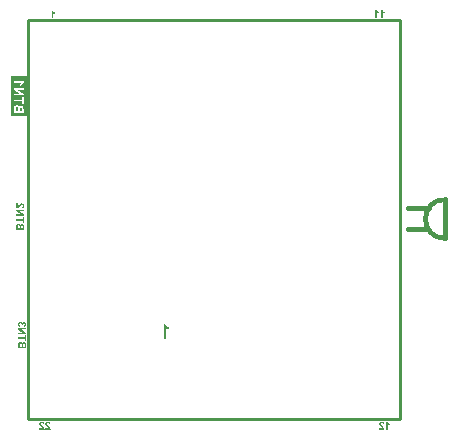
<source format=gbo>
G04*
G04 #@! TF.GenerationSoftware,Altium Limited,Altium Designer,20.1.14 (287)*
G04*
G04 Layer_Color=13813960*
%FSLAX25Y25*%
%MOIN*%
G70*
G04*
G04 #@! TF.SameCoordinates,CE59E18C-A3DC-4852-8C87-7D8AF6908A11*
G04*
G04*
G04 #@! TF.FilePolarity,Positive*
G04*
G01*
G75*
%ADD12C,0.01000*%
%ADD104C,0.01500*%
G36*
X7434Y108400D02*
X2200D01*
Y121792D01*
X7434D01*
Y108400D01*
D02*
G37*
G36*
X53679Y38996D02*
X53757Y38881D01*
X53846Y38772D01*
X53934Y38678D01*
X54012Y38590D01*
X54048Y38559D01*
X54074Y38528D01*
X54100Y38502D01*
X54121Y38486D01*
X54132Y38476D01*
X54137Y38470D01*
X54277Y38351D01*
X54428Y38247D01*
X54574Y38148D01*
X54709Y38065D01*
X54766Y38034D01*
X54823Y38002D01*
X54875Y37971D01*
X54917Y37950D01*
X54953Y37935D01*
X54979Y37919D01*
X54995Y37914D01*
X55000Y37909D01*
Y37342D01*
X54896Y37384D01*
X54787Y37430D01*
X54683Y37482D01*
X54589Y37529D01*
X54506Y37576D01*
X54470Y37592D01*
X54438Y37612D01*
X54412Y37623D01*
X54397Y37633D01*
X54386Y37644D01*
X54381D01*
X54256Y37722D01*
X54147Y37794D01*
X54048Y37862D01*
X53970Y37924D01*
X53903Y37976D01*
X53856Y38013D01*
X53830Y38039D01*
X53820Y38049D01*
Y34300D01*
X53232D01*
Y39115D01*
X53612D01*
X53679Y38996D01*
D02*
G37*
G36*
X14558Y6562D02*
X14619Y6557D01*
X14677Y6548D01*
X14730Y6537D01*
X14782Y6523D01*
X14829Y6510D01*
X14871Y6493D01*
X14912Y6476D01*
X14949Y6460D01*
X14979Y6443D01*
X15007Y6429D01*
X15029Y6415D01*
X15045Y6404D01*
X15059Y6396D01*
X15068Y6391D01*
X15070Y6388D01*
X15112Y6352D01*
X15148Y6313D01*
X15181Y6269D01*
X15209Y6222D01*
X15234Y6174D01*
X15256Y6125D01*
X15275Y6078D01*
X15292Y6030D01*
X15306Y5986D01*
X15317Y5945D01*
X15325Y5906D01*
X15331Y5872D01*
X15336Y5845D01*
X15339Y5823D01*
X15342Y5812D01*
Y5806D01*
X14854Y5759D01*
X14852Y5798D01*
X14846Y5834D01*
X14832Y5897D01*
X14816Y5950D01*
X14799Y5992D01*
X14780Y6025D01*
X14766Y6047D01*
X14755Y6058D01*
X14752Y6064D01*
X14716Y6094D01*
X14674Y6119D01*
X14633Y6136D01*
X14594Y6147D01*
X14558Y6152D01*
X14530Y6158D01*
X14505D01*
X14450Y6155D01*
X14403Y6144D01*
X14361Y6130D01*
X14325Y6114D01*
X14298Y6097D01*
X14278Y6083D01*
X14264Y6072D01*
X14262Y6069D01*
X14231Y6033D01*
X14209Y5992D01*
X14195Y5950D01*
X14184Y5911D01*
X14178Y5872D01*
X14173Y5845D01*
Y5834D01*
Y5825D01*
Y5820D01*
Y5817D01*
X14178Y5762D01*
X14189Y5706D01*
X14206Y5657D01*
X14223Y5612D01*
X14242Y5573D01*
X14259Y5543D01*
X14267Y5532D01*
X14270Y5523D01*
X14275Y5521D01*
Y5518D01*
X14292Y5496D01*
X14314Y5468D01*
X14342Y5438D01*
X14370Y5407D01*
X14436Y5338D01*
X14508Y5269D01*
X14541Y5235D01*
X14574Y5202D01*
X14602Y5175D01*
X14630Y5150D01*
X14652Y5130D01*
X14669Y5113D01*
X14680Y5102D01*
X14683Y5100D01*
X14757Y5030D01*
X14824Y4964D01*
X14887Y4900D01*
X14943Y4842D01*
X14993Y4789D01*
X15037Y4737D01*
X15079Y4693D01*
X15112Y4651D01*
X15142Y4612D01*
X15167Y4582D01*
X15190Y4551D01*
X15206Y4529D01*
X15217Y4512D01*
X15228Y4499D01*
X15231Y4490D01*
X15234Y4487D01*
X15281Y4402D01*
X15317Y4316D01*
X15347Y4233D01*
X15370Y4158D01*
X15378Y4125D01*
X15383Y4094D01*
X15389Y4067D01*
X15394Y4044D01*
X15397Y4025D01*
Y4011D01*
X15400Y4003D01*
Y4000D01*
X13683D01*
Y4454D01*
X14658D01*
X14624Y4501D01*
X14608Y4524D01*
X14594Y4546D01*
X14580Y4562D01*
X14569Y4576D01*
X14561Y4584D01*
X14558Y4587D01*
X14544Y4601D01*
X14527Y4620D01*
X14508Y4640D01*
X14486Y4662D01*
X14439Y4709D01*
X14389Y4756D01*
X14342Y4800D01*
X14320Y4820D01*
X14300Y4837D01*
X14287Y4850D01*
X14275Y4862D01*
X14267Y4867D01*
X14264Y4870D01*
X14223Y4909D01*
X14184Y4945D01*
X14148Y4981D01*
X14115Y5011D01*
X14087Y5042D01*
X14059Y5066D01*
X14037Y5091D01*
X14015Y5113D01*
X13984Y5150D01*
X13960Y5175D01*
X13949Y5191D01*
X13943Y5197D01*
X13896Y5260D01*
X13854Y5321D01*
X13821Y5377D01*
X13793Y5424D01*
X13774Y5465D01*
X13766Y5482D01*
X13757Y5496D01*
X13752Y5507D01*
X13749Y5518D01*
X13746Y5521D01*
Y5523D01*
X13724Y5582D01*
X13710Y5640D01*
X13699Y5695D01*
X13691Y5748D01*
X13685Y5789D01*
Y5809D01*
X13683Y5823D01*
Y5836D01*
Y5845D01*
Y5850D01*
Y5853D01*
X13685Y5909D01*
X13691Y5961D01*
X13702Y6011D01*
X13716Y6061D01*
X13733Y6105D01*
X13752Y6147D01*
X13771Y6185D01*
X13791Y6219D01*
X13813Y6252D01*
X13832Y6280D01*
X13852Y6305D01*
X13868Y6324D01*
X13882Y6338D01*
X13893Y6352D01*
X13899Y6357D01*
X13901Y6360D01*
X13943Y6396D01*
X13990Y6426D01*
X14037Y6454D01*
X14084Y6479D01*
X14134Y6498D01*
X14184Y6515D01*
X14231Y6529D01*
X14278Y6540D01*
X14322Y6548D01*
X14364Y6554D01*
X14400Y6560D01*
X14431Y6562D01*
X14458Y6565D01*
X14494D01*
X14558Y6562D01*
D02*
G37*
G36*
X12572D02*
X12633Y6557D01*
X12691Y6548D01*
X12744Y6537D01*
X12796Y6523D01*
X12843Y6510D01*
X12885Y6493D01*
X12926Y6476D01*
X12962Y6460D01*
X12993Y6443D01*
X13021Y6429D01*
X13043Y6415D01*
X13059Y6404D01*
X13073Y6396D01*
X13081Y6391D01*
X13084Y6388D01*
X13126Y6352D01*
X13162Y6313D01*
X13195Y6269D01*
X13223Y6222D01*
X13248Y6174D01*
X13270Y6125D01*
X13289Y6078D01*
X13306Y6030D01*
X13320Y5986D01*
X13331Y5945D01*
X13339Y5906D01*
X13345Y5872D01*
X13350Y5845D01*
X13353Y5823D01*
X13356Y5812D01*
Y5806D01*
X12868Y5759D01*
X12866Y5798D01*
X12860Y5834D01*
X12846Y5897D01*
X12829Y5950D01*
X12813Y5992D01*
X12793Y6025D01*
X12780Y6047D01*
X12768Y6058D01*
X12766Y6064D01*
X12730Y6094D01*
X12688Y6119D01*
X12647Y6136D01*
X12608Y6147D01*
X12572Y6152D01*
X12544Y6158D01*
X12519D01*
X12464Y6155D01*
X12417Y6144D01*
X12375Y6130D01*
X12339Y6114D01*
X12312Y6097D01*
X12292Y6083D01*
X12278Y6072D01*
X12275Y6069D01*
X12245Y6033D01*
X12223Y5992D01*
X12209Y5950D01*
X12198Y5911D01*
X12192Y5872D01*
X12187Y5845D01*
Y5834D01*
Y5825D01*
Y5820D01*
Y5817D01*
X12192Y5762D01*
X12203Y5706D01*
X12220Y5657D01*
X12237Y5612D01*
X12256Y5573D01*
X12273Y5543D01*
X12281Y5532D01*
X12284Y5523D01*
X12289Y5521D01*
Y5518D01*
X12306Y5496D01*
X12328Y5468D01*
X12356Y5438D01*
X12383Y5407D01*
X12450Y5338D01*
X12522Y5269D01*
X12555Y5235D01*
X12588Y5202D01*
X12616Y5175D01*
X12644Y5150D01*
X12666Y5130D01*
X12683Y5113D01*
X12694Y5102D01*
X12697Y5100D01*
X12771Y5030D01*
X12838Y4964D01*
X12901Y4900D01*
X12957Y4842D01*
X13007Y4789D01*
X13051Y4737D01*
X13093Y4693D01*
X13126Y4651D01*
X13156Y4612D01*
X13181Y4582D01*
X13203Y4551D01*
X13220Y4529D01*
X13231Y4512D01*
X13242Y4499D01*
X13245Y4490D01*
X13248Y4487D01*
X13295Y4402D01*
X13331Y4316D01*
X13361Y4233D01*
X13383Y4158D01*
X13392Y4125D01*
X13397Y4094D01*
X13403Y4067D01*
X13408Y4044D01*
X13411Y4025D01*
Y4011D01*
X13414Y4003D01*
Y4000D01*
X11697D01*
Y4454D01*
X12672D01*
X12638Y4501D01*
X12622Y4524D01*
X12608Y4546D01*
X12594Y4562D01*
X12583Y4576D01*
X12575Y4584D01*
X12572Y4587D01*
X12558Y4601D01*
X12541Y4620D01*
X12522Y4640D01*
X12500Y4662D01*
X12453Y4709D01*
X12403Y4756D01*
X12356Y4800D01*
X12334Y4820D01*
X12314Y4837D01*
X12300Y4850D01*
X12289Y4862D01*
X12281Y4867D01*
X12278Y4870D01*
X12237Y4909D01*
X12198Y4945D01*
X12162Y4981D01*
X12129Y5011D01*
X12101Y5042D01*
X12073Y5066D01*
X12051Y5091D01*
X12029Y5113D01*
X11998Y5150D01*
X11974Y5175D01*
X11962Y5191D01*
X11957Y5197D01*
X11910Y5260D01*
X11868Y5321D01*
X11835Y5377D01*
X11807Y5424D01*
X11788Y5465D01*
X11780Y5482D01*
X11771Y5496D01*
X11766Y5507D01*
X11763Y5518D01*
X11760Y5521D01*
Y5523D01*
X11738Y5582D01*
X11724Y5640D01*
X11713Y5695D01*
X11705Y5748D01*
X11699Y5789D01*
Y5809D01*
X11697Y5823D01*
Y5836D01*
Y5845D01*
Y5850D01*
Y5853D01*
X11699Y5909D01*
X11705Y5961D01*
X11716Y6011D01*
X11730Y6061D01*
X11746Y6105D01*
X11766Y6147D01*
X11785Y6185D01*
X11805Y6219D01*
X11827Y6252D01*
X11846Y6280D01*
X11866Y6305D01*
X11882Y6324D01*
X11896Y6338D01*
X11907Y6352D01*
X11913Y6357D01*
X11915Y6360D01*
X11957Y6396D01*
X12004Y6426D01*
X12051Y6454D01*
X12098Y6479D01*
X12148Y6498D01*
X12198Y6515D01*
X12245Y6529D01*
X12292Y6540D01*
X12336Y6548D01*
X12378Y6554D01*
X12414Y6560D01*
X12444Y6562D01*
X12472Y6565D01*
X12508D01*
X12572Y6562D01*
D02*
G37*
G36*
X125866D02*
X125927Y6557D01*
X125985Y6548D01*
X126038Y6537D01*
X126090Y6523D01*
X126137Y6510D01*
X126179Y6493D01*
X126220Y6476D01*
X126256Y6460D01*
X126287Y6443D01*
X126314Y6429D01*
X126337Y6415D01*
X126353Y6404D01*
X126367Y6396D01*
X126375Y6391D01*
X126378Y6388D01*
X126420Y6352D01*
X126456Y6313D01*
X126489Y6269D01*
X126517Y6222D01*
X126542Y6174D01*
X126564Y6125D01*
X126583Y6078D01*
X126600Y6030D01*
X126614Y5986D01*
X126625Y5945D01*
X126633Y5906D01*
X126639Y5872D01*
X126644Y5845D01*
X126647Y5823D01*
X126650Y5812D01*
Y5806D01*
X126162Y5759D01*
X126159Y5798D01*
X126154Y5834D01*
X126140Y5897D01*
X126123Y5950D01*
X126107Y5992D01*
X126087Y6025D01*
X126074Y6047D01*
X126062Y6058D01*
X126060Y6064D01*
X126024Y6094D01*
X125982Y6119D01*
X125941Y6136D01*
X125902Y6147D01*
X125866Y6152D01*
X125838Y6158D01*
X125813D01*
X125758Y6155D01*
X125711Y6144D01*
X125669Y6130D01*
X125633Y6114D01*
X125605Y6097D01*
X125586Y6083D01*
X125572Y6072D01*
X125569Y6069D01*
X125539Y6033D01*
X125517Y5992D01*
X125503Y5950D01*
X125492Y5911D01*
X125486Y5872D01*
X125481Y5845D01*
Y5834D01*
Y5825D01*
Y5820D01*
Y5817D01*
X125486Y5762D01*
X125497Y5706D01*
X125514Y5657D01*
X125531Y5612D01*
X125550Y5573D01*
X125567Y5543D01*
X125575Y5532D01*
X125578Y5523D01*
X125583Y5521D01*
Y5518D01*
X125600Y5496D01*
X125622Y5468D01*
X125650Y5438D01*
X125677Y5407D01*
X125744Y5338D01*
X125816Y5269D01*
X125849Y5235D01*
X125882Y5202D01*
X125910Y5175D01*
X125938Y5150D01*
X125960Y5130D01*
X125977Y5113D01*
X125988Y5102D01*
X125990Y5100D01*
X126065Y5030D01*
X126132Y4964D01*
X126195Y4900D01*
X126251Y4842D01*
X126301Y4789D01*
X126345Y4737D01*
X126386Y4693D01*
X126420Y4651D01*
X126450Y4612D01*
X126475Y4582D01*
X126497Y4551D01*
X126514Y4529D01*
X126525Y4512D01*
X126536Y4499D01*
X126539Y4490D01*
X126542Y4487D01*
X126589Y4402D01*
X126625Y4316D01*
X126655Y4233D01*
X126677Y4158D01*
X126686Y4125D01*
X126691Y4094D01*
X126697Y4067D01*
X126702Y4044D01*
X126705Y4025D01*
Y4011D01*
X126708Y4003D01*
Y4000D01*
X124990D01*
Y4454D01*
X125965D01*
X125932Y4501D01*
X125916Y4524D01*
X125902Y4546D01*
X125888Y4562D01*
X125877Y4576D01*
X125868Y4584D01*
X125866Y4587D01*
X125852Y4601D01*
X125835Y4620D01*
X125816Y4640D01*
X125794Y4662D01*
X125747Y4709D01*
X125697Y4756D01*
X125650Y4800D01*
X125628Y4820D01*
X125608Y4837D01*
X125594Y4850D01*
X125583Y4862D01*
X125575Y4867D01*
X125572Y4870D01*
X125531Y4909D01*
X125492Y4945D01*
X125456Y4981D01*
X125423Y5011D01*
X125395Y5042D01*
X125367Y5066D01*
X125345Y5091D01*
X125323Y5113D01*
X125292Y5150D01*
X125267Y5175D01*
X125256Y5191D01*
X125251Y5197D01*
X125204Y5260D01*
X125162Y5321D01*
X125129Y5377D01*
X125101Y5424D01*
X125082Y5465D01*
X125074Y5482D01*
X125065Y5496D01*
X125060Y5507D01*
X125057Y5518D01*
X125054Y5521D01*
Y5523D01*
X125032Y5582D01*
X125018Y5640D01*
X125007Y5695D01*
X124999Y5748D01*
X124993Y5789D01*
Y5809D01*
X124990Y5823D01*
Y5836D01*
Y5845D01*
Y5850D01*
Y5853D01*
X124993Y5909D01*
X124999Y5961D01*
X125010Y6011D01*
X125024Y6061D01*
X125040Y6105D01*
X125060Y6147D01*
X125079Y6185D01*
X125098Y6219D01*
X125121Y6252D01*
X125140Y6280D01*
X125159Y6305D01*
X125176Y6324D01*
X125190Y6338D01*
X125201Y6352D01*
X125206Y6357D01*
X125209Y6360D01*
X125251Y6396D01*
X125298Y6426D01*
X125345Y6454D01*
X125392Y6479D01*
X125442Y6498D01*
X125492Y6515D01*
X125539Y6529D01*
X125586Y6540D01*
X125630Y6548D01*
X125672Y6554D01*
X125708Y6560D01*
X125738Y6562D01*
X125766Y6565D01*
X125802D01*
X125866Y6562D01*
D02*
G37*
G36*
X127794Y6521D02*
X127813Y6479D01*
X127860Y6402D01*
X127910Y6332D01*
X127963Y6271D01*
X127988Y6244D01*
X128010Y6222D01*
X128029Y6199D01*
X128049Y6183D01*
X128062Y6169D01*
X128073Y6161D01*
X128082Y6155D01*
X128085Y6152D01*
X128168Y6091D01*
X128245Y6041D01*
X128314Y6000D01*
X128375Y5970D01*
X128403Y5956D01*
X128428Y5945D01*
X128447Y5936D01*
X128467Y5928D01*
X128481Y5922D01*
X128492Y5920D01*
X128497Y5917D01*
X128500D01*
Y5471D01*
X128434Y5496D01*
X128370Y5521D01*
X128306Y5548D01*
X128248Y5579D01*
X128192Y5609D01*
X128140Y5640D01*
X128093Y5670D01*
X128049Y5701D01*
X128007Y5728D01*
X127974Y5756D01*
X127940Y5781D01*
X127916Y5801D01*
X127896Y5817D01*
X127880Y5831D01*
X127871Y5839D01*
X127868Y5842D01*
Y4000D01*
X127378D01*
Y6565D01*
X127777D01*
X127794Y6521D01*
D02*
G37*
G36*
X126094Y143721D02*
X126113Y143679D01*
X126160Y143602D01*
X126210Y143532D01*
X126263Y143471D01*
X126288Y143444D01*
X126310Y143421D01*
X126329Y143399D01*
X126348Y143383D01*
X126362Y143369D01*
X126373Y143361D01*
X126382Y143355D01*
X126384Y143352D01*
X126468Y143291D01*
X126545Y143242D01*
X126614Y143200D01*
X126675Y143169D01*
X126703Y143156D01*
X126728Y143145D01*
X126747Y143136D01*
X126767Y143128D01*
X126781Y143122D01*
X126792Y143120D01*
X126797Y143117D01*
X126800D01*
Y142671D01*
X126734Y142696D01*
X126670Y142721D01*
X126606Y142748D01*
X126548Y142779D01*
X126493Y142809D01*
X126440Y142840D01*
X126393Y142870D01*
X126348Y142901D01*
X126307Y142929D01*
X126274Y142956D01*
X126241Y142981D01*
X126216Y143000D01*
X126196Y143017D01*
X126180Y143031D01*
X126171Y143039D01*
X126168Y143042D01*
Y141200D01*
X125678D01*
Y143765D01*
X126077D01*
X126094Y143721D01*
D02*
G37*
G36*
X124108D02*
X124127Y143679D01*
X124174Y143602D01*
X124224Y143532D01*
X124276Y143471D01*
X124302Y143444D01*
X124324Y143421D01*
X124343Y143399D01*
X124362Y143383D01*
X124376Y143369D01*
X124387Y143361D01*
X124396Y143355D01*
X124398Y143352D01*
X124481Y143291D01*
X124559Y143242D01*
X124628Y143200D01*
X124689Y143169D01*
X124717Y143156D01*
X124742Y143145D01*
X124761Y143136D01*
X124781Y143128D01*
X124794Y143122D01*
X124806Y143120D01*
X124811Y143117D01*
X124814D01*
Y142671D01*
X124747Y142696D01*
X124684Y142721D01*
X124620Y142748D01*
X124562Y142779D01*
X124506Y142809D01*
X124454Y142840D01*
X124407Y142870D01*
X124362Y142901D01*
X124321Y142929D01*
X124288Y142956D01*
X124254Y142981D01*
X124229Y143000D01*
X124210Y143017D01*
X124193Y143031D01*
X124185Y143039D01*
X124182Y143042D01*
Y141200D01*
X123692D01*
Y143765D01*
X124091D01*
X124108Y143721D01*
D02*
G37*
G36*
X16194Y143621D02*
X16213Y143579D01*
X16260Y143502D01*
X16310Y143432D01*
X16363Y143371D01*
X16387Y143344D01*
X16410Y143322D01*
X16429Y143299D01*
X16448Y143283D01*
X16462Y143269D01*
X16473Y143261D01*
X16482Y143255D01*
X16485Y143252D01*
X16568Y143191D01*
X16645Y143141D01*
X16714Y143100D01*
X16775Y143070D01*
X16803Y143056D01*
X16828Y143044D01*
X16847Y143036D01*
X16867Y143028D01*
X16881Y143022D01*
X16892Y143020D01*
X16897Y143017D01*
X16900D01*
Y142571D01*
X16834Y142596D01*
X16770Y142621D01*
X16706Y142648D01*
X16648Y142679D01*
X16592Y142709D01*
X16540Y142740D01*
X16493Y142770D01*
X16448Y142801D01*
X16407Y142829D01*
X16374Y142856D01*
X16341Y142881D01*
X16316Y142901D01*
X16296Y142917D01*
X16280Y142931D01*
X16271Y142939D01*
X16268Y142942D01*
Y141100D01*
X15778D01*
Y143665D01*
X16177D01*
X16194Y143621D01*
D02*
G37*
G36*
X5446Y39939D02*
X5487Y39937D01*
X5565Y39923D01*
X5631Y39901D01*
X5690Y39876D01*
X5714Y39865D01*
X5737Y39851D01*
X5756Y39840D01*
X5773Y39831D01*
X5784Y39820D01*
X5792Y39815D01*
X5798Y39812D01*
X5800Y39809D01*
X5831Y39784D01*
X5859Y39757D01*
X5903Y39701D01*
X5942Y39643D01*
X5969Y39585D01*
X5989Y39538D01*
X5997Y39516D01*
X6003Y39496D01*
X6008Y39482D01*
X6011Y39471D01*
X6014Y39463D01*
Y39460D01*
X6053Y39524D01*
X6094Y39582D01*
X6138Y39632D01*
X6183Y39674D01*
X6227Y39709D01*
X6271Y39740D01*
X6316Y39762D01*
X6357Y39781D01*
X6396Y39798D01*
X6435Y39809D01*
X6468Y39818D01*
X6496Y39823D01*
X6518Y39826D01*
X6537Y39829D01*
X6548D01*
X6551D01*
X6595Y39826D01*
X6637Y39820D01*
X6679Y39812D01*
X6717Y39801D01*
X6789Y39770D01*
X6850Y39737D01*
X6878Y39721D01*
X6903Y39704D01*
X6925Y39687D01*
X6942Y39674D01*
X6955Y39662D01*
X6967Y39654D01*
X6972Y39649D01*
X6975Y39646D01*
X7016Y39604D01*
X7052Y39560D01*
X7083Y39513D01*
X7111Y39463D01*
X7133Y39416D01*
X7152Y39369D01*
X7166Y39322D01*
X7180Y39275D01*
X7188Y39233D01*
X7197Y39194D01*
X7199Y39158D01*
X7205Y39128D01*
Y39103D01*
X7208Y39083D01*
Y39067D01*
X7205Y38989D01*
X7197Y38917D01*
X7183Y38851D01*
X7169Y38795D01*
X7160Y38770D01*
X7152Y38748D01*
X7147Y38729D01*
X7141Y38712D01*
X7136Y38699D01*
X7130Y38690D01*
X7127Y38685D01*
Y38682D01*
X7094Y38621D01*
X7058Y38568D01*
X7022Y38524D01*
X6986Y38488D01*
X6955Y38458D01*
X6928Y38435D01*
X6911Y38424D01*
X6908Y38419D01*
X6906D01*
X6850Y38385D01*
X6789Y38358D01*
X6728Y38333D01*
X6667Y38313D01*
X6615Y38297D01*
X6593Y38291D01*
X6573Y38286D01*
X6557Y38283D01*
X6545Y38280D01*
X6537Y38277D01*
X6534D01*
X6460Y38729D01*
X6518Y38740D01*
X6570Y38754D01*
X6612Y38770D01*
X6648Y38790D01*
X6676Y38809D01*
X6695Y38823D01*
X6709Y38834D01*
X6712Y38837D01*
X6742Y38873D01*
X6764Y38909D01*
X6778Y38945D01*
X6789Y38978D01*
X6795Y39009D01*
X6800Y39031D01*
Y39053D01*
X6798Y39100D01*
X6789Y39142D01*
X6775Y39175D01*
X6762Y39205D01*
X6748Y39230D01*
X6734Y39247D01*
X6726Y39258D01*
X6723Y39261D01*
X6692Y39286D01*
X6659Y39305D01*
X6623Y39319D01*
X6593Y39330D01*
X6562Y39336D01*
X6540Y39338D01*
X6523D01*
X6521D01*
X6518D01*
X6462Y39333D01*
X6415Y39322D01*
X6374Y39305D01*
X6338Y39286D01*
X6310Y39263D01*
X6291Y39247D01*
X6280Y39236D01*
X6274Y39230D01*
X6246Y39186D01*
X6224Y39139D01*
X6208Y39089D01*
X6199Y39039D01*
X6194Y38995D01*
Y38976D01*
X6191Y38959D01*
Y38926D01*
X5792Y38873D01*
X5806Y38920D01*
X5814Y38964D01*
X5822Y39000D01*
X5825Y39034D01*
X5828Y39061D01*
X5831Y39081D01*
Y39097D01*
X5825Y39150D01*
X5814Y39197D01*
X5795Y39239D01*
X5776Y39275D01*
X5756Y39302D01*
X5737Y39325D01*
X5726Y39336D01*
X5720Y39341D01*
X5676Y39374D01*
X5629Y39399D01*
X5579Y39416D01*
X5532Y39430D01*
X5490Y39435D01*
X5474Y39438D01*
X5457D01*
X5443Y39441D01*
X5435D01*
X5429D01*
X5426D01*
X5357Y39435D01*
X5296Y39424D01*
X5244Y39408D01*
X5199Y39388D01*
X5163Y39369D01*
X5138Y39352D01*
X5122Y39341D01*
X5116Y39336D01*
X5077Y39294D01*
X5050Y39250D01*
X5030Y39208D01*
X5017Y39167D01*
X5008Y39131D01*
X5005Y39103D01*
X5003Y39092D01*
Y39078D01*
X5005Y39028D01*
X5017Y38981D01*
X5033Y38939D01*
X5050Y38903D01*
X5066Y38876D01*
X5083Y38854D01*
X5094Y38842D01*
X5097Y38837D01*
X5136Y38804D01*
X5183Y38776D01*
X5227Y38754D01*
X5274Y38740D01*
X5313Y38726D01*
X5346Y38721D01*
X5360Y38718D01*
X5368Y38715D01*
X5374D01*
X5377D01*
X5318Y38241D01*
X5260Y38250D01*
X5202Y38264D01*
X5149Y38280D01*
X5100Y38297D01*
X5052Y38319D01*
X5011Y38341D01*
X4972Y38363D01*
X4936Y38385D01*
X4903Y38410D01*
X4875Y38430D01*
X4850Y38452D01*
X4831Y38469D01*
X4814Y38482D01*
X4803Y38493D01*
X4798Y38502D01*
X4795Y38505D01*
X4759Y38549D01*
X4728Y38596D01*
X4704Y38643D01*
X4679Y38693D01*
X4659Y38740D01*
X4645Y38787D01*
X4631Y38834D01*
X4620Y38879D01*
X4612Y38920D01*
X4606Y38959D01*
X4601Y38995D01*
X4598Y39023D01*
Y39048D01*
X4595Y39064D01*
Y39081D01*
X4598Y39147D01*
X4606Y39214D01*
X4618Y39275D01*
X4631Y39333D01*
X4651Y39385D01*
X4670Y39438D01*
X4692Y39485D01*
X4715Y39527D01*
X4734Y39566D01*
X4756Y39599D01*
X4775Y39626D01*
X4795Y39651D01*
X4809Y39671D01*
X4820Y39685D01*
X4828Y39693D01*
X4831Y39696D01*
X4878Y39740D01*
X4925Y39776D01*
X4972Y39809D01*
X5022Y39837D01*
X5069Y39862D01*
X5116Y39881D01*
X5163Y39898D01*
X5208Y39912D01*
X5249Y39923D01*
X5285Y39928D01*
X5318Y39934D01*
X5349Y39939D01*
X5371D01*
X5390Y39942D01*
X5401D01*
X5404D01*
X5446Y39939D01*
D02*
G37*
G36*
X7199Y37347D02*
X5482D01*
X7199Y36294D01*
Y35796D01*
X4642D01*
Y36272D01*
X6321D01*
X4642Y37308D01*
Y37823D01*
X7199D01*
Y37347D01*
D02*
G37*
G36*
Y33430D02*
X6767D01*
Y34189D01*
X4642D01*
Y34704D01*
X6767D01*
Y35458D01*
X7199D01*
Y33430D01*
D02*
G37*
G36*
X5462Y33167D02*
X5537Y33153D01*
X5601Y33131D01*
X5659Y33109D01*
X5681Y33097D01*
X5703Y33086D01*
X5723Y33075D01*
X5740Y33064D01*
X5751Y33056D01*
X5759Y33050D01*
X5764Y33048D01*
X5767Y33045D01*
X5825Y32995D01*
X5872Y32937D01*
X5914Y32876D01*
X5944Y32820D01*
X5969Y32768D01*
X5978Y32746D01*
X5986Y32726D01*
X5991Y32710D01*
X5997Y32699D01*
X6000Y32690D01*
Y32688D01*
X6030Y32746D01*
X6066Y32798D01*
X6105Y32843D01*
X6141Y32882D01*
X6174Y32912D01*
X6199Y32934D01*
X6210Y32940D01*
X6219Y32945D01*
X6221Y32951D01*
X6224D01*
X6282Y32984D01*
X6338Y33006D01*
X6393Y33023D01*
X6446Y33037D01*
X6490Y33042D01*
X6507Y33045D01*
X6523D01*
X6537Y33048D01*
X6545D01*
X6551D01*
X6554D01*
X6615Y33045D01*
X6670Y33037D01*
X6723Y33023D01*
X6767Y33009D01*
X6803Y32992D01*
X6831Y32981D01*
X6839Y32976D01*
X6848Y32970D01*
X6850Y32967D01*
X6853D01*
X6900Y32937D01*
X6942Y32904D01*
X6978Y32870D01*
X7011Y32840D01*
X7033Y32812D01*
X7052Y32790D01*
X7063Y32776D01*
X7066Y32773D01*
Y32771D01*
X7094Y32726D01*
X7116Y32679D01*
X7136Y32635D01*
X7149Y32593D01*
X7160Y32557D01*
X7166Y32530D01*
X7169Y32519D01*
X7171Y32510D01*
Y32505D01*
X7177Y32474D01*
X7180Y32444D01*
X7188Y32372D01*
X7194Y32297D01*
X7197Y32222D01*
Y32189D01*
X7199Y32156D01*
Y31031D01*
X4642D01*
Y31989D01*
X4645Y32070D01*
Y32206D01*
X4648Y32264D01*
Y32314D01*
X4651Y32358D01*
Y32397D01*
X4654Y32427D01*
Y32455D01*
X4656Y32477D01*
Y32494D01*
X4659Y32508D01*
Y32521D01*
X4670Y32596D01*
X4687Y32663D01*
X4706Y32724D01*
X4728Y32773D01*
X4748Y32812D01*
X4756Y32829D01*
X4762Y32843D01*
X4770Y32854D01*
X4775Y32862D01*
X4778Y32865D01*
Y32868D01*
X4817Y32917D01*
X4861Y32962D01*
X4906Y33001D01*
X4947Y33031D01*
X4983Y33056D01*
X5014Y33075D01*
X5025Y33081D01*
X5033Y33086D01*
X5039Y33089D01*
X5041D01*
X5105Y33117D01*
X5166Y33136D01*
X5221Y33153D01*
X5274Y33161D01*
X5318Y33167D01*
X5338Y33169D01*
X5352Y33172D01*
X5365D01*
X5374D01*
X5379D01*
X5382D01*
X5424D01*
X5462Y33167D01*
D02*
G37*
G36*
X5909Y79381D02*
X5961Y79375D01*
X6011Y79364D01*
X6061Y79350D01*
X6105Y79334D01*
X6147Y79314D01*
X6185Y79295D01*
X6219Y79275D01*
X6252Y79253D01*
X6280Y79234D01*
X6305Y79214D01*
X6324Y79198D01*
X6338Y79184D01*
X6352Y79173D01*
X6357Y79167D01*
X6360Y79165D01*
X6396Y79123D01*
X6426Y79076D01*
X6454Y79029D01*
X6479Y78982D01*
X6498Y78932D01*
X6515Y78882D01*
X6529Y78835D01*
X6540Y78788D01*
X6548Y78743D01*
X6554Y78702D01*
X6560Y78666D01*
X6562Y78636D01*
X6565Y78608D01*
Y78572D01*
X6562Y78508D01*
X6557Y78447D01*
X6548Y78389D01*
X6537Y78336D01*
X6523Y78284D01*
X6510Y78237D01*
X6493Y78195D01*
X6476Y78154D01*
X6460Y78118D01*
X6443Y78087D01*
X6429Y78059D01*
X6415Y78037D01*
X6404Y78021D01*
X6396Y78007D01*
X6391Y77998D01*
X6388Y77996D01*
X6352Y77954D01*
X6313Y77918D01*
X6269Y77885D01*
X6222Y77857D01*
X6174Y77832D01*
X6125Y77810D01*
X6078Y77791D01*
X6030Y77774D01*
X5986Y77760D01*
X5945Y77749D01*
X5906Y77741D01*
X5872Y77735D01*
X5845Y77730D01*
X5823Y77727D01*
X5812Y77724D01*
X5806D01*
X5759Y78212D01*
X5798Y78214D01*
X5834Y78220D01*
X5897Y78234D01*
X5950Y78250D01*
X5992Y78267D01*
X6025Y78286D01*
X6047Y78300D01*
X6058Y78311D01*
X6064Y78314D01*
X6094Y78350D01*
X6119Y78392D01*
X6136Y78433D01*
X6147Y78472D01*
X6152Y78508D01*
X6158Y78536D01*
Y78561D01*
X6155Y78616D01*
X6144Y78663D01*
X6130Y78705D01*
X6114Y78741D01*
X6097Y78768D01*
X6083Y78788D01*
X6072Y78802D01*
X6069Y78804D01*
X6033Y78835D01*
X5992Y78857D01*
X5950Y78871D01*
X5911Y78882D01*
X5872Y78888D01*
X5845Y78893D01*
X5834D01*
X5825D01*
X5820D01*
X5817D01*
X5762Y78888D01*
X5706Y78877D01*
X5657Y78860D01*
X5612Y78843D01*
X5573Y78824D01*
X5543Y78807D01*
X5532Y78799D01*
X5523Y78796D01*
X5521Y78791D01*
X5518D01*
X5496Y78774D01*
X5468Y78752D01*
X5438Y78724D01*
X5407Y78696D01*
X5338Y78630D01*
X5269Y78558D01*
X5235Y78525D01*
X5202Y78491D01*
X5175Y78464D01*
X5150Y78436D01*
X5130Y78414D01*
X5113Y78397D01*
X5102Y78386D01*
X5100Y78383D01*
X5030Y78309D01*
X4964Y78242D01*
X4900Y78178D01*
X4842Y78123D01*
X4789Y78073D01*
X4737Y78029D01*
X4693Y77987D01*
X4651Y77954D01*
X4612Y77924D01*
X4582Y77899D01*
X4551Y77877D01*
X4529Y77860D01*
X4512Y77849D01*
X4499Y77838D01*
X4490Y77835D01*
X4487Y77832D01*
X4402Y77785D01*
X4316Y77749D01*
X4233Y77719D01*
X4158Y77697D01*
X4125Y77688D01*
X4094Y77683D01*
X4067Y77677D01*
X4044Y77671D01*
X4025Y77669D01*
X4011D01*
X4003Y77666D01*
X4000D01*
Y79383D01*
X4454D01*
Y78408D01*
X4501Y78442D01*
X4524Y78458D01*
X4546Y78472D01*
X4562Y78486D01*
X4576Y78497D01*
X4584Y78505D01*
X4587Y78508D01*
X4601Y78522D01*
X4620Y78539D01*
X4640Y78558D01*
X4662Y78580D01*
X4709Y78627D01*
X4756Y78677D01*
X4800Y78724D01*
X4820Y78746D01*
X4837Y78766D01*
X4850Y78780D01*
X4862Y78791D01*
X4867Y78799D01*
X4870Y78802D01*
X4909Y78843D01*
X4945Y78882D01*
X4981Y78918D01*
X5011Y78951D01*
X5042Y78979D01*
X5066Y79007D01*
X5091Y79029D01*
X5113Y79051D01*
X5150Y79081D01*
X5175Y79106D01*
X5191Y79118D01*
X5197Y79123D01*
X5260Y79170D01*
X5321Y79212D01*
X5377Y79245D01*
X5424Y79273D01*
X5465Y79292D01*
X5482Y79300D01*
X5496Y79309D01*
X5507Y79314D01*
X5518Y79317D01*
X5521Y79320D01*
X5523D01*
X5582Y79342D01*
X5640Y79356D01*
X5695Y79367D01*
X5748Y79375D01*
X5789Y79381D01*
X5809D01*
X5823Y79383D01*
X5836D01*
X5845D01*
X5850D01*
X5853D01*
X5909Y79381D01*
D02*
G37*
G36*
X6557Y76816D02*
X4839D01*
X6557Y75763D01*
Y75264D01*
X4000D01*
Y75741D01*
X5679D01*
X4000Y76777D01*
Y77292D01*
X6557D01*
Y76816D01*
D02*
G37*
G36*
Y72899D02*
X6125D01*
Y73658D01*
X4000D01*
Y74173D01*
X6125D01*
Y74927D01*
X6557D01*
Y72899D01*
D02*
G37*
G36*
X4820Y72636D02*
X4895Y72622D01*
X4958Y72600D01*
X5017Y72578D01*
X5039Y72566D01*
X5061Y72555D01*
X5080Y72544D01*
X5097Y72533D01*
X5108Y72525D01*
X5116Y72519D01*
X5122Y72517D01*
X5125Y72514D01*
X5183Y72464D01*
X5230Y72406D01*
X5271Y72345D01*
X5302Y72289D01*
X5327Y72237D01*
X5335Y72215D01*
X5343Y72195D01*
X5349Y72179D01*
X5354Y72167D01*
X5357Y72159D01*
Y72157D01*
X5388Y72215D01*
X5424Y72267D01*
X5463Y72312D01*
X5499Y72350D01*
X5532Y72381D01*
X5557Y72403D01*
X5568Y72408D01*
X5576Y72414D01*
X5579Y72420D01*
X5582D01*
X5640Y72453D01*
X5695Y72475D01*
X5751Y72492D01*
X5803Y72505D01*
X5848Y72511D01*
X5864Y72514D01*
X5881D01*
X5895Y72517D01*
X5903D01*
X5909D01*
X5911D01*
X5972Y72514D01*
X6028Y72505D01*
X6080Y72492D01*
X6125Y72478D01*
X6161Y72461D01*
X6188Y72450D01*
X6197Y72444D01*
X6205Y72439D01*
X6208Y72436D01*
X6211D01*
X6257Y72406D01*
X6299Y72373D01*
X6335Y72339D01*
X6368Y72309D01*
X6391Y72281D01*
X6410Y72259D01*
X6421Y72245D01*
X6424Y72242D01*
Y72240D01*
X6451Y72195D01*
X6474Y72148D01*
X6493Y72104D01*
X6507Y72062D01*
X6518Y72026D01*
X6523Y71999D01*
X6526Y71987D01*
X6529Y71979D01*
Y71974D01*
X6535Y71943D01*
X6537Y71913D01*
X6546Y71841D01*
X6551Y71766D01*
X6554Y71691D01*
Y71658D01*
X6557Y71625D01*
Y70500D01*
X4000D01*
Y71458D01*
X4003Y71539D01*
Y71675D01*
X4005Y71733D01*
Y71782D01*
X4008Y71827D01*
Y71866D01*
X4011Y71896D01*
Y71924D01*
X4014Y71946D01*
Y71963D01*
X4017Y71976D01*
Y71990D01*
X4028Y72065D01*
X4044Y72132D01*
X4064Y72193D01*
X4086Y72242D01*
X4105Y72281D01*
X4114Y72298D01*
X4119Y72312D01*
X4127Y72323D01*
X4133Y72331D01*
X4136Y72334D01*
Y72337D01*
X4174Y72386D01*
X4219Y72431D01*
X4263Y72470D01*
X4305Y72500D01*
X4341Y72525D01*
X4371Y72544D01*
X4382Y72550D01*
X4391Y72555D01*
X4396Y72558D01*
X4399D01*
X4463Y72586D01*
X4524Y72605D01*
X4579Y72622D01*
X4632Y72630D01*
X4676Y72636D01*
X4695Y72638D01*
X4709Y72641D01*
X4723D01*
X4731D01*
X4737D01*
X4740D01*
X4781D01*
X4820Y72636D01*
D02*
G37*
%LPC*%
G36*
X6413Y120025D02*
X3200D01*
Y118620D01*
X6413D01*
X5601D01*
Y118623D01*
X5605Y118630D01*
X5608Y118644D01*
X5615Y118661D01*
X5626Y118686D01*
X5636Y118710D01*
X5650Y118741D01*
X5667Y118776D01*
X5705Y118852D01*
X5757Y118939D01*
X5820Y119036D01*
X5896Y119140D01*
X5900Y119144D01*
X5907Y119154D01*
X5917Y119168D01*
X5934Y119185D01*
X5955Y119210D01*
X5983Y119234D01*
X6011Y119262D01*
X6045Y119293D01*
X6122Y119359D01*
X6208Y119421D01*
X6306Y119480D01*
X6358Y119505D01*
X6413Y119526D01*
Y120025D01*
D02*
G37*
G36*
X6403Y117908D02*
X3200D01*
Y117263D01*
X5303Y115965D01*
X3200D01*
Y115368D01*
X6403D01*
Y117908D01*
D02*
G37*
G36*
Y114945D02*
X5861D01*
Y114001D01*
X3200D01*
Y114945D01*
Y112405D01*
X6403D01*
Y114945D01*
D02*
G37*
G36*
X4179Y112082D02*
X4088D01*
X4071Y112079D01*
X4047Y112075D01*
X3991Y112068D01*
X3925Y112058D01*
X3856Y112037D01*
X3779Y112013D01*
X3700Y111978D01*
X3696D01*
X3689Y111975D01*
X3679Y111968D01*
X3665Y111961D01*
X3627Y111937D01*
X3582Y111905D01*
X3530Y111867D01*
X3474Y111819D01*
X3419Y111763D01*
X3370Y111701D01*
Y111697D01*
X3367Y111694D01*
X3360Y111683D01*
X3349Y111669D01*
X3342Y111652D01*
X3332Y111631D01*
X3308Y111583D01*
X3280Y111520D01*
X3255Y111444D01*
X3235Y111361D01*
X3221Y111267D01*
Y111249D01*
X3217Y111232D01*
Y111211D01*
X3214Y111184D01*
Y111149D01*
X3210Y111111D01*
Y111062D01*
X3207Y111007D01*
Y110944D01*
X3204Y110871D01*
Y110701D01*
X3200Y110601D01*
Y112082D01*
D01*
Y109400D01*
X6403D01*
Y110809D01*
X6399Y110851D01*
Y110892D01*
X6396Y110986D01*
X6389Y111080D01*
X6379Y111170D01*
X6375Y111208D01*
X6368Y111246D01*
Y111253D01*
X6365Y111263D01*
X6361Y111277D01*
X6354Y111312D01*
X6340Y111357D01*
X6323Y111409D01*
X6299Y111465D01*
X6271Y111524D01*
X6236Y111579D01*
Y111583D01*
X6233Y111586D01*
X6219Y111603D01*
X6195Y111631D01*
X6167Y111666D01*
X6125Y111704D01*
X6080Y111746D01*
X6028Y111787D01*
X5969Y111826D01*
X5966D01*
X5962Y111829D01*
X5952Y111836D01*
X5941Y111843D01*
X5907Y111857D01*
X5861Y111878D01*
X5806Y111895D01*
X5740Y111912D01*
X5671Y111923D01*
X5594Y111926D01*
X5591D01*
X5584D01*
X5573D01*
X5556Y111923D01*
X5535D01*
X5514Y111919D01*
X5459Y111912D01*
X5393Y111895D01*
X5324Y111874D01*
X5254Y111846D01*
X5181Y111805D01*
X5178D01*
X5174Y111798D01*
X5164Y111791D01*
X5150Y111784D01*
X5119Y111756D01*
X5077Y111718D01*
X5032Y111669D01*
X4984Y111614D01*
X4939Y111548D01*
X4900Y111475D01*
Y111478D01*
X4897Y111489D01*
X4890Y111503D01*
X4883Y111524D01*
X4873Y111548D01*
X4862Y111576D01*
X4831Y111642D01*
X4793Y111711D01*
X4741Y111787D01*
X4682Y111860D01*
X4609Y111923D01*
X4605Y111926D01*
X4598Y111930D01*
X4588Y111937D01*
X4574Y111947D01*
X4553Y111961D01*
X4529Y111975D01*
X4501Y111989D01*
X4473Y112003D01*
X4401Y112030D01*
X4321Y112058D01*
X4227Y112075D01*
X4179Y112082D01*
D02*
G37*
%LPD*%
G36*
X5504Y119407D02*
X5494Y119397D01*
X5476Y119376D01*
X5455Y119352D01*
X5431Y119321D01*
X5400Y119279D01*
X5365Y119237D01*
X5331Y119185D01*
X5292Y119130D01*
X5254Y119071D01*
X5216Y119005D01*
X5178Y118936D01*
X5140Y118863D01*
X5105Y118783D01*
X5074Y118703D01*
X5043Y118620D01*
X3200D01*
Y119411D01*
X5508D01*
X5504Y119407D01*
D02*
G37*
G36*
X6403Y115993D02*
X4251Y117312D01*
X6403D01*
Y115993D01*
D02*
G37*
G36*
X5861Y112405D02*
X3200D01*
Y113356D01*
X5861D01*
Y112405D01*
D02*
G37*
G36*
X5556Y111295D02*
X5587Y111288D01*
X5626Y111277D01*
X5667Y111263D01*
X5705Y111243D01*
X5743Y111215D01*
X5747Y111211D01*
X5757Y111201D01*
X5775Y111180D01*
X5792Y111152D01*
X5813Y111118D01*
X5830Y111076D01*
X5844Y111027D01*
X5855Y110968D01*
Y110958D01*
X5858Y110948D01*
Y110916D01*
X5861Y110892D01*
Y110833D01*
X5865Y110792D01*
Y110698D01*
X5868Y110639D01*
Y110045D01*
X5129D01*
Y110670D01*
X5133Y110750D01*
Y110826D01*
X5136Y110861D01*
Y110892D01*
X5140Y110920D01*
Y110948D01*
X5143Y110968D01*
X5150Y111000D01*
X5161Y111034D01*
X5174Y111076D01*
X5195Y111121D01*
X5220Y111163D01*
X5251Y111201D01*
X5254Y111204D01*
X5268Y111215D01*
X5289Y111232D01*
X5320Y111249D01*
X5355Y111267D01*
X5400Y111284D01*
X5449Y111295D01*
X5504Y111298D01*
X5511D01*
X5528D01*
X5556Y111295D01*
D02*
G37*
G36*
X4210Y111413D02*
X4241Y111406D01*
X4279Y111399D01*
X4321Y111385D01*
X4362Y111367D01*
X4401Y111343D01*
X4404Y111340D01*
X4418Y111329D01*
X4435Y111315D01*
X4456Y111291D01*
X4480Y111263D01*
X4505Y111229D01*
X4526Y111187D01*
X4546Y111142D01*
X4550Y111135D01*
Y111128D01*
X4553Y111114D01*
X4557Y111097D01*
X4560Y111076D01*
X4567Y111052D01*
X4571Y111021D01*
X4574Y110986D01*
X4581Y110944D01*
X4584Y110896D01*
X4588Y110844D01*
X4592Y110784D01*
Y110719D01*
X4595Y110646D01*
Y110045D01*
X3741D01*
Y110757D01*
X3745Y110830D01*
Y110906D01*
X3748Y110979D01*
X3752Y111010D01*
Y111041D01*
X3755Y111066D01*
X3759Y111086D01*
Y111093D01*
X3766Y111111D01*
X3773Y111138D01*
X3786Y111170D01*
X3804Y111208D01*
X3825Y111246D01*
X3852Y111288D01*
X3887Y111322D01*
X3890Y111326D01*
X3904Y111336D01*
X3929Y111354D01*
X3960Y111371D01*
X3998Y111385D01*
X4043Y111402D01*
X4099Y111413D01*
X4158Y111416D01*
X4165D01*
X4182D01*
X4210Y111413D01*
D02*
G37*
%LPC*%
G36*
X6501Y32546D02*
X6487D01*
X6482D01*
X6437Y32544D01*
X6399Y32535D01*
X6363Y32521D01*
X6335Y32508D01*
X6310Y32494D01*
X6293Y32480D01*
X6282Y32471D01*
X6280Y32469D01*
X6255Y32438D01*
X6235Y32405D01*
X6219Y32369D01*
X6208Y32336D01*
X6199Y32308D01*
X6194Y32283D01*
X6191Y32267D01*
Y32244D01*
X6188Y32222D01*
Y32197D01*
X6185Y32170D01*
Y32109D01*
X6183Y32045D01*
Y31546D01*
X6773D01*
Y32020D01*
X6770Y32067D01*
Y32142D01*
X6767Y32175D01*
Y32222D01*
X6764Y32242D01*
Y32267D01*
X6762Y32275D01*
Y32283D01*
X6753Y32330D01*
X6742Y32369D01*
X6728Y32402D01*
X6712Y32430D01*
X6698Y32452D01*
X6684Y32469D01*
X6676Y32477D01*
X6673Y32480D01*
X6643Y32502D01*
X6612Y32519D01*
X6579Y32530D01*
X6548Y32538D01*
X6523Y32544D01*
X6501Y32546D01*
D02*
G37*
G36*
X5426Y32640D02*
X5413D01*
X5407D01*
X5360Y32638D01*
X5316Y32629D01*
X5280Y32616D01*
X5249Y32605D01*
X5224Y32591D01*
X5205Y32577D01*
X5194Y32568D01*
X5191Y32566D01*
X5163Y32538D01*
X5141Y32505D01*
X5125Y32474D01*
X5111Y32444D01*
X5100Y32419D01*
X5094Y32397D01*
X5088Y32383D01*
Y32377D01*
X5086Y32361D01*
X5083Y32341D01*
Y32316D01*
X5080Y32291D01*
X5077Y32233D01*
Y32172D01*
X5075Y32114D01*
Y31546D01*
X5756D01*
Y32026D01*
X5753Y32084D01*
Y32136D01*
X5751Y32183D01*
X5748Y32225D01*
X5745Y32264D01*
X5740Y32297D01*
X5737Y32325D01*
X5734Y32350D01*
X5728Y32369D01*
X5726Y32386D01*
X5723Y32399D01*
X5720Y32411D01*
Y32416D01*
X5717Y32422D01*
X5701Y32458D01*
X5684Y32491D01*
X5665Y32519D01*
X5645Y32541D01*
X5629Y32560D01*
X5615Y32571D01*
X5604Y32579D01*
X5601Y32582D01*
X5570Y32602D01*
X5537Y32616D01*
X5504Y32627D01*
X5474Y32632D01*
X5449Y32638D01*
X5426Y32640D01*
D02*
G37*
G36*
X5859Y72015D02*
X5845D01*
X5839D01*
X5795Y72012D01*
X5756Y72004D01*
X5720Y71990D01*
X5692Y71976D01*
X5667Y71963D01*
X5651Y71949D01*
X5640Y71940D01*
X5637Y71938D01*
X5612Y71907D01*
X5593Y71874D01*
X5576Y71838D01*
X5565Y71805D01*
X5557Y71777D01*
X5551Y71752D01*
X5548Y71735D01*
Y71713D01*
X5546Y71691D01*
Y71666D01*
X5543Y71639D01*
Y71578D01*
X5540Y71514D01*
Y71015D01*
X6130D01*
Y71489D01*
X6127Y71536D01*
Y71611D01*
X6125Y71644D01*
Y71691D01*
X6122Y71710D01*
Y71735D01*
X6119Y71744D01*
Y71752D01*
X6111Y71799D01*
X6100Y71838D01*
X6086Y71871D01*
X6069Y71899D01*
X6055Y71921D01*
X6041Y71938D01*
X6033Y71946D01*
X6030Y71949D01*
X6000Y71971D01*
X5970Y71987D01*
X5936Y71999D01*
X5906Y72007D01*
X5881Y72012D01*
X5859Y72015D01*
D02*
G37*
G36*
X4784Y72109D02*
X4770D01*
X4764D01*
X4717Y72107D01*
X4673Y72098D01*
X4637Y72084D01*
X4607Y72073D01*
X4582Y72060D01*
X4562Y72046D01*
X4551Y72037D01*
X4549Y72035D01*
X4521Y72007D01*
X4499Y71974D01*
X4482Y71943D01*
X4468Y71913D01*
X4457Y71888D01*
X4451Y71866D01*
X4446Y71852D01*
Y71846D01*
X4443Y71830D01*
X4440Y71810D01*
Y71785D01*
X4438Y71760D01*
X4435Y71702D01*
Y71641D01*
X4432Y71583D01*
Y71015D01*
X5113D01*
Y71494D01*
X5111Y71553D01*
Y71605D01*
X5108Y71652D01*
X5105Y71694D01*
X5102Y71733D01*
X5097Y71766D01*
X5094Y71794D01*
X5091Y71819D01*
X5086Y71838D01*
X5083Y71855D01*
X5080Y71868D01*
X5077Y71880D01*
Y71885D01*
X5075Y71890D01*
X5058Y71926D01*
X5042Y71960D01*
X5022Y71987D01*
X5003Y72010D01*
X4986Y72029D01*
X4972Y72040D01*
X4961Y72048D01*
X4958Y72051D01*
X4928Y72071D01*
X4895Y72084D01*
X4862Y72096D01*
X4831Y72101D01*
X4806Y72107D01*
X4784Y72109D01*
D02*
G37*
%LPD*%
D12*
X7905Y140365D02*
X132000D01*
X7905Y7609D02*
Y140365D01*
Y7609D02*
X132000D01*
Y140365D01*
D104*
X146900Y80700D02*
G03*
X146900Y67700I0J-6500D01*
G01*
X134400Y70800D02*
X141300D01*
X134400Y77900D02*
X141500D01*
X146900Y67700D02*
Y80700D01*
M02*

</source>
